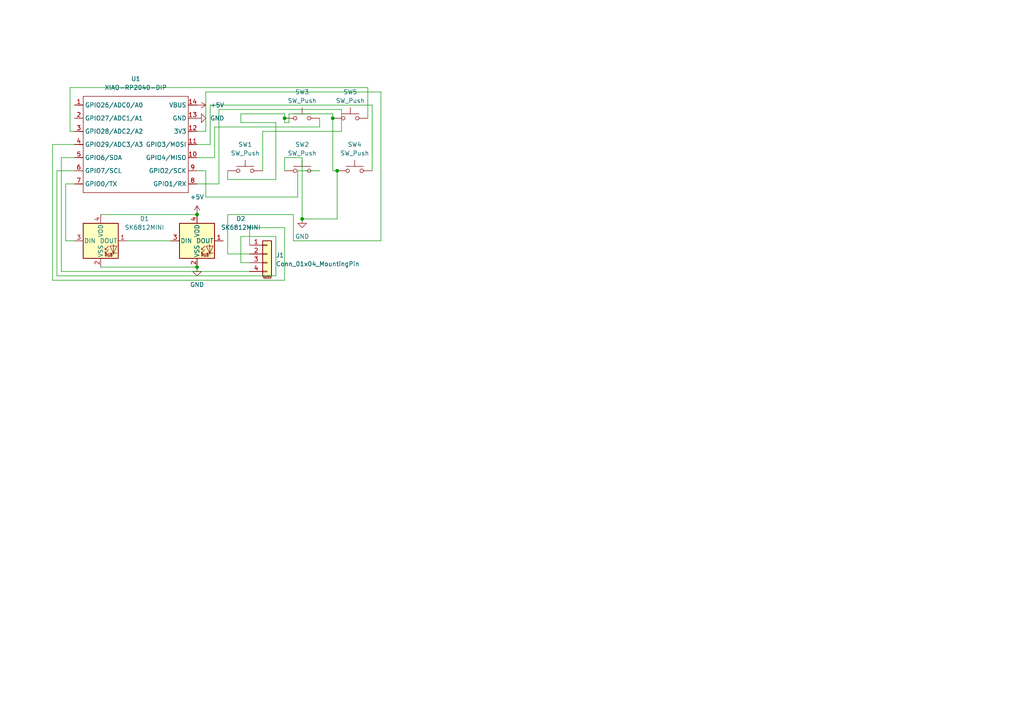
<source format=kicad_sch>
(kicad_sch (version 20250114) (generator "eeschema") (generator_version "9.0")
  (paper "A4")
  (lib_symbols
    (symbol "Connector_Generic_MountingPin:Conn_01x04_MountingPin" (pin_names (offset 1.016) (hide yes))
      (property "Reference" "J1" (at 2.54 -0.3555 0))
      (property "Value" "Conn_01x04_MountingPin" (at 2.54 -2.8955 0))
      (symbol "Conn_01x04_MountingPin_1_1"
        (rectangle (start -1.27 3.81) (end 1.27 -6.35) (stroke (width 0.254)) (fill (type background)))
        (rectangle (start -1.27 2.667) (end 0 2.413) (stroke (width 0.1524)))
        (rectangle (start -1.27 0.127) (end 0 -0.127) (stroke (width 0.1524)))
        (rectangle (start -1.27 -2.413) (end 0 -2.667) (stroke (width 0.1524)))
        (rectangle (start -1.27 -4.953) (end 0 -5.207) (stroke (width 0.1524)))
        (polyline (pts (xy -1.016 -7.112) (xy 1.016 -7.112)) (stroke (width 0.1524)))
        (text "Mounting" (at 0 -6.731 0) (effects (font (size 0.381 0.381))))
        (pin passive line (at -5.08 2.54 0) (length 3.81) (name "Pin_1") (number "1"))
        (pin passive line (at -5.08 0 0) (length 3.81) (name "Pin_2") (number "2"))
        (pin passive line (at -5.08 -2.54 0) (length 3.81) (name "Pin_3") (number "3"))
        (pin passive line (at -5.08 -5.08 0) (length 3.81) (name "Pin_4") (number "4"))
      )
    )
    (symbol "LED:SK6812MINI" (pin_names (offset 0.254))
      (property "Reference" "D" (at 5.08 5.715 0))
      (property "Value" "SK6812MINI" (at 1.27 -5.715 0))
      (symbol "SK6812MINI_0_0"
        (text "RGB" (at 2.286 -4.191 0) (effects (font (size 0.762 0.762))))
      )
      (symbol "SK6812MINI_0_1"
        (polyline (pts (xy 1.27 -2.54) (xy 1.778 -2.54)))
        (polyline (pts (xy 1.27 -3.556) (xy 1.778 -3.556)))
        (polyline (pts (xy 2.286 -1.524) (xy 1.27 -2.54) (xy 1.27 -2.032)))
        (polyline (pts (xy 2.286 -2.54) (xy 1.27 -3.556) (xy 1.27 -3.048)))
        (polyline (pts (xy 3.683 -1.016) (xy 3.683 -3.556) (xy 3.683 -4.064)))
        (polyline (pts (xy 4.699 -1.524) (xy 2.667 -1.524) (xy 3.683 -3.556) (xy 4.699 -1.524)))
        (polyline (pts (xy 4.699 -3.556) (xy 2.667 -3.556)))
        (rectangle (start 5.08 5.08) (end -5.08 -5.08) (stroke (width 0.254)) (fill (type background)))
      )
      (symbol "SK6812MINI_1_1"
        (pin input line (at -7.62 0 0) (length 2.54) (name "DIN") (number "3"))
        (pin power_in line (at 0 7.62 270) (length 2.54) (name "VDD") (number "4"))
        (pin power_in line (at 0 -7.62 90) (length 2.54) (name "VSS") (number "2"))
        (pin output line (at 7.62 0 180) (length 2.54) (name "DOUT") (number "1"))
      )
    )
    (symbol "OPL:XIAO-RP2040-DIP"
      (property "Reference" "U" (at 0 0 0))
      (property "Value" "XIAO-RP2040-DIP" (at 5.334 -1.778 0))
      (symbol "XIAO-RP2040-DIP_1_0"
        (polyline (pts (xy -1.27 -2.54) (xy 29.21 -2.54)) (stroke (width 0.1524)))
        (polyline (pts (xy -1.27 -5.08) (xy -2.54 -5.08)) (stroke (width 0.1524)))
        (polyline (pts (xy -1.27 -5.08) (xy -1.27 -2.54)) (stroke (width 0.1524)))
        (polyline (pts (xy -1.27 -8.89) (xy -2.54 -8.89)) (stroke (width 0.1524)))
        (polyline (pts (xy -1.27 -8.89) (xy -1.27 -5.08)) (stroke (width 0.1524)))
        (polyline (pts (xy -1.27 -12.7) (xy -2.54 -12.7)) (stroke (width 0.1524)))
        (polyline (pts (xy -1.27 -12.7) (xy -1.27 -8.89)) (stroke (width 0.1524)))
        (polyline (pts (xy -1.27 -16.51) (xy -2.54 -16.51)) (stroke (width 0.1524)))
        (polyline (pts (xy -1.27 -16.51) (xy -1.27 -12.7)) (stroke (width 0.1524)))
        (polyline (pts (xy -1.27 -20.32) (xy -2.54 -20.32)) (stroke (width 0.1524)))
        (polyline (pts (xy -1.27 -24.13) (xy -2.54 -24.13)) (stroke (width 0.1524)))
        (polyline (pts (xy -1.27 -27.94) (xy -2.54 -27.94)) (stroke (width 0.1524)))
        (polyline (pts (xy -1.27 -30.48) (xy -1.27 -16.51)) (stroke (width 0.1524)))
        (polyline (pts (xy 29.21 -2.54) (xy 29.21 -5.08)) (stroke (width 0.1524)))
        (polyline (pts (xy 29.21 -5.08) (xy 29.21 -8.89)) (stroke (width 0.1524)))
        (polyline (pts (xy 29.21 -8.89) (xy 29.21 -12.7)) (stroke (width 0.1524)))
        (polyline (pts (xy 29.21 -12.7) (xy 29.21 -30.48)) (stroke (width 0.1524)))
        (polyline (pts (xy 29.21 -30.48) (xy -1.27 -30.48)) (stroke (width 0.1524)))
        (polyline (pts (xy 30.48 -5.08) (xy 29.21 -5.08)) (stroke (width 0.1524)))
        (polyline (pts (xy 30.48 -8.89) (xy 29.21 -8.89)) (stroke (width 0.1524)))
        (polyline (pts (xy 30.48 -12.7) (xy 29.21 -12.7)) (stroke (width 0.1524)))
        (polyline (pts (xy 30.48 -16.51) (xy 29.21 -16.51)) (stroke (width 0.1524)))
        (polyline (pts (xy 30.48 -20.32) (xy 29.21 -20.32)) (stroke (width 0.1524)))
        (polyline (pts (xy 30.48 -24.13) (xy 29.21 -24.13)) (stroke (width 0.1524)))
        (polyline (pts (xy 30.48 -27.94) (xy 29.21 -27.94)) (stroke (width 0.1524)))
        (pin passive line (at -3.81 -5.08 0) (length 2.54) (name "GPIO26/ADC0/A0") (number "1"))
        (pin passive line (at -3.81 -8.89 0) (length 2.54) (name "GPIO27/ADC1/A1") (number "2"))
        (pin passive line (at -3.81 -12.7 0) (length 2.54) (name "GPIO28/ADC2/A2") (number "3"))
        (pin passive line (at -3.81 -16.51 0) (length 2.54) (name "GPIO29/ADC3/A3") (number "4"))
        (pin passive line (at -3.81 -20.32 0) (length 2.54) (name "GPIO6/SDA") (number "5"))
        (pin passive line (at -3.81 -24.13 0) (length 2.54) (name "GPIO7/SCL") (number "6"))
        (pin passive line (at -3.81 -27.94 0) (length 2.54) (name "GPIO0/TX") (number "7"))
        (pin passive line (at 31.75 -5.08 180) (length 2.54) (name "VBUS") (number "14"))
        (pin passive line (at 31.75 -8.89 180) (length 2.54) (name "GND") (number "13"))
        (pin passive line (at 31.75 -12.7 180) (length 2.54) (name "3V3") (number "12"))
        (pin passive line (at 31.75 -16.51 180) (length 2.54) (name "GPIO3/MOSI") (number "11"))
        (pin passive line (at 31.75 -20.32 180) (length 2.54) (name "GPIO4/MISO") (number "10"))
        (pin passive line (at 31.75 -24.13 180) (length 2.54) (name "GPIO2/SCK") (number "9"))
        (pin passive line (at 31.75 -27.94 180) (length 2.54) (name "GPIO1/RX") (number "8"))
      )
    )
    (symbol "Switch:SW_Push" (pin_numbers (hide yes)) (pin_names (offset 1.016) (hide yes))
      (property "Reference" "SW" (at 1.27 2.54 0))
      (property "Value" "SW_Push" (at 0 -1.524 0))
      (symbol "SW_Push_0_1"
        (circle (center -2.032 0) (radius 0.508))
        (polyline (pts (xy 0 1.27) (xy 0 3.048)))
        (circle (center 2.032 0) (radius 0.508))
        (polyline (pts (xy 2.54 1.27) (xy -2.54 1.27)))
        (pin passive line (at -5.08 0 0) (length 2.54) (name "1") (number "1"))
        (pin passive line (at 5.08 0 180) (length 2.54) (name "2") (number "2"))
      )
    )
    (symbol "power:+5V" (power) (pin_numbers (hide yes)) (pin_names (offset 0) (hide yes))
      (property "Value" "+5V" (at 0 3.556 0))
      (symbol "+5V_0_1"
        (polyline (pts (xy -0.762 1.27) (xy 0 2.54)))
        (polyline (pts (xy 0 2.54) (xy 0.762 1.27)))
        (polyline (pts (xy 0 0) (xy 0 2.54)))
      )
      (symbol "+5V_1_1"
        (pin power_in line (at 0 0 90) (length 0) (name "~") (number "1"))
      )
    )
    (symbol "power:GND" (power) (pin_numbers (hide yes)) (pin_names (offset 0) (hide yes))
      (property "Value" "GND" (at 0 -3.81 0))
      (symbol "GND_0_1"
        (polyline (pts (xy 0 0) (xy 0 -1.27) (xy 1.27 -1.27) (xy 0 -2.54) (xy -1.27 -1.27) (xy 0 -1.27)))
      )
      (symbol "GND_1_1"
        (pin power_in line (at 0 0 270) (length 0) (name "~") (number "1"))
      )
    )
  )
  (junction (at 82.55 34.29))
  (junction (at 87.63 63.5))
  (junction (at 97.79 49.53))
  (junction (at 57.15 62.23))
  (junction (at 96.52 34.29))
  (junction (at 57.15 77.47))
  (wire (pts (xy 80.01 80.01) (xy 16.51 80.01)))
  (wire (pts (xy 85.09 69.85) (xy 110.49 69.85)))
  (wire (pts (xy 82.55 45.72) (xy 87.63 45.72)))
  (wire (pts (xy 16.51 80.01) (xy 16.51 49.53)))
  (wire (pts (xy 87.63 45.72) (xy 87.63 63.5)))
  (wire (pts (xy 66.04 73.66) (xy 66.04 62.23)))
  (wire (pts (xy 76.2 38.1) (xy 99.06 38.1)))
  (wire (pts (xy 63.5 31.75) (xy 63.5 53.34)))
  (wire (pts (xy 92.71 34.29) (xy 92.71 36.83)))
  (wire (pts (xy 60.96 30.48) (xy 60.96 41.91)))
  (wire (pts (xy 15.24 81.28) (xy 15.24 41.91)))
  (wire (pts (xy 80.01 68.58) (xy 80.01 80.01)))
  (wire (pts (xy 97.79 49.53) (xy 97.79 63.5)))
  (wire (pts (xy 82.55 35.56) (xy 83.82 35.56)))
  (wire (pts (xy 110.49 69.85) (xy 110.49 26.67)))
  (wire (pts (xy 72.39 71.12) (xy 72.39 66.04)))
  (wire (pts (xy 92.71 36.83) (xy 62.23 36.83)))
  (wire (pts (xy 57.15 53.34) (xy 63.5 53.34)))
  (wire (pts (xy 86.36 57.15) (xy 59.69 57.15)))
  (wire (pts (xy 17.78 78.74) (xy 17.78 45.72)))
  (wire (pts (xy 62.23 36.83) (xy 62.23 45.72)))
  (wire (pts (xy 83.82 33.02) (xy 96.52 33.02)))
  (wire (pts (xy 69.85 68.58) (xy 80.01 68.58)))
  (wire (pts (xy 15.24 41.91) (xy 21.59 41.91)))
  (wire (pts (xy 17.78 45.72) (xy 21.59 45.72)))
  (wire (pts (xy 82.55 33.02) (xy 82.55 34.29)))
  (wire (pts (xy 82.55 34.29) (xy 82.55 35.56)))
  (wire (pts (xy 82.55 81.28) (xy 15.24 81.28)))
  (wire (pts (xy 21.59 69.85) (xy 19.05 69.85)))
  (wire (pts (xy 62.23 45.72) (xy 57.15 45.72)))
  (wire (pts (xy 20.32 25.4) (xy 20.32 38.1)))
  (wire (pts (xy 59.69 38.1) (xy 57.15 38.1)))
  (wire (pts (xy 85.09 62.23) (xy 85.09 69.85)))
  (wire (pts (xy 63.5 31.75) (xy 99.06 31.75)))
  (wire (pts (xy 59.69 49.53) (xy 57.15 49.53)))
  (wire (pts (xy 19.05 53.34) (xy 21.59 53.34)))
  (wire (pts (xy 66.04 62.23) (xy 85.09 62.23)))
  (wire (pts (xy 72.39 78.74) (xy 17.78 78.74)))
  (wire (pts (xy 72.39 73.66) (xy 66.04 73.66)))
  (wire (pts (xy 106.68 34.29) (xy 106.68 25.4)))
  (wire (pts (xy 29.21 62.23) (xy 57.15 62.23)))
  (wire (pts (xy 96.52 34.29) (xy 96.52 49.53)))
  (wire (pts (xy 86.36 49.53) (xy 86.36 57.15)))
  (wire (pts (xy 69.85 76.2) (xy 69.85 68.58)))
  (wire (pts (xy 69.85 33.02) (xy 82.55 33.02)))
  (wire (pts (xy 96.52 33.02) (xy 96.52 34.29)))
  (wire (pts (xy 72.39 76.2) (xy 69.85 76.2)))
  (wire (pts (xy 66.04 49.53) (xy 66.04 52.07)))
  (wire (pts (xy 19.05 69.85) (xy 19.05 53.34)))
  (wire (pts (xy 99.06 38.1) (xy 99.06 31.75)))
  (wire (pts (xy 76.2 49.53) (xy 76.2 38.1)))
  (wire (pts (xy 96.52 49.53) (xy 97.79 49.53)))
  (wire (pts (xy 97.79 63.5) (xy 87.63 63.5)))
  (wire (pts (xy 80.01 52.07) (xy 80.01 35.56)))
  (wire (pts (xy 83.82 35.56) (xy 83.82 33.02)))
  (wire (pts (xy 59.69 57.15) (xy 59.69 49.53)))
  (wire (pts (xy 107.95 49.53) (xy 107.95 30.48)))
  (wire (pts (xy 92.71 49.53) (xy 86.36 49.53)))
  (wire (pts (xy 110.49 26.67) (xy 59.69 26.67)))
  (wire (pts (xy 36.83 69.85) (xy 49.53 69.85)))
  (wire (pts (xy 106.68 25.4) (xy 20.32 25.4)))
  (wire (pts (xy 107.95 30.48) (xy 60.96 30.48)))
  (wire (pts (xy 20.32 38.1) (xy 21.59 38.1)))
  (wire (pts (xy 66.04 52.07) (xy 80.01 52.07)))
  (wire (pts (xy 72.39 66.04) (xy 82.55 66.04)))
  (wire (pts (xy 59.69 26.67) (xy 59.69 38.1)))
  (wire (pts (xy 69.85 33.02) (xy 69.85 35.56)))
  (wire (pts (xy 29.21 77.47) (xy 57.15 77.47)))
  (wire (pts (xy 16.51 49.53) (xy 21.59 49.53)))
  (wire (pts (xy 82.55 49.53) (xy 82.55 45.72)))
  (wire (pts (xy 80.01 35.56) (xy 69.85 35.56)))
  (wire (pts (xy 60.96 41.91) (xy 57.15 41.91)))
  (wire (pts (xy 82.55 66.04) (xy 82.55 81.28)))
  (symbol (lib_id "Switch:SW_Push") (at 87.63 49.53 0) (unit 1)
    (property "Reference" "SW2" (at 87.63 41.91 0))
    (property "Value" "SW_Push" (at 87.63 44.45 0))
    (property "Footprint" "Button_Switch_Keyboard:SW_Cherry_MX_1.00u_PCB" (effects (hide yes)))
    (property "Description" "Push button switch, generic, two pins" (effects (hide yes)))
  )
  (symbol (lib_id "Switch:SW_Push") (at 71.12 49.53 0) (unit 1)
    (property "Reference" "SW1" (at 71.12 41.91 0))
    (property "Value" "SW_Push" (at 71.12 44.45 0))
    (property "Footprint" "Button_Switch_Keyboard:SW_Cherry_MX_1.00u_PCB" (effects (hide yes)))
    (property "Description" "Push button switch, generic, two pins" (effects (hide yes)))
  )
  (symbol (lib_id "Connector_Generic_MountingPin:Conn_01x04_MountingPin") (at 77.47 73.66 0) (unit 1)
    (property "Reference" "J1" (at 80.01 74.0155 0) (effects (justify left)))
    (property "Value" "Conn_01x04_MountingPin" (at 80.01 76.5555 0) (effects (justify left)))
    (property "Footprint" "OLED_Screen:SSD1306-0.91-OLED-4pin-128x32" (effects (hide yes)))
    (property "Description" "Generic connectable mounting pin connector, single row, 01x04, script generated (kicad-library-utils/schlib/autogen/connector/)" (effects (hide yes)))
  )
  (symbol (lib_id "Switch:SW_Push") (at 87.63 34.29 0) (unit 1)
    (property "Reference" "SW3" (at 87.63 26.67 0))
    (property "Value" "SW_Push" (at 87.63 29.21 0))
    (property "Footprint" "Button_Switch_Keyboard:SW_Cherry_MX_1.00u_PCB" (effects (hide yes)))
    (property "Description" "Push button switch, generic, two pins" (effects (hide yes)))
  )
  (symbol (lib_id "Switch:SW_Push") (at 102.87 49.53 0) (unit 1)
    (property "Reference" "SW4" (at 102.87 41.91 0))
    (property "Value" "SW_Push" (at 102.87 44.45 0))
    (property "Footprint" "Button_Switch_Keyboard:SW_Cherry_MX_1.00u_PCB" (effects (hide yes)))
    (property "Description" "Push button switch, generic, two pins" (effects (hide yes)))
  )
  (symbol (lib_id "LED:SK6812MINI") (at 29.21 69.85 0) (unit 1)
    (property "Reference" "D1" (at 41.91 63.4298 0))
    (property "Value" "SK6812MINI" (at 41.91 65.9698 0))
    (property "Footprint" "LED_SMD:LED_SK6812MINI_PLCC4_3.5x3.5mm_P1.75mm" (effects (hide yes)))
    (property "Datasheet" "https://cdn-shop.adafruit.com/product-files/2686/SK6812MINI_REV.01-1-2.pdf" (effects (hide yes)))
    (property "Description" "RGB LED with integrated controller" (effects (hide yes)))
  )
  (symbol (lib_id "power:GND") (at 57.15 34.29 90) (unit 1)
    (property "Reference" "#PWR01" (effects (hide yes)))
    (property "Value" "GND" (at 60.96 34.2899 90) (effects (justify right)))
    (property "Description" "Power symbol creates a global label with name \"GND\" , ground" (effects (hide yes)))
  )
  (symbol (lib_id "OPL:XIAO-RP2040-DIP") (at 25.4 25.4 0) (unit 1)
    (property "Reference" "U1" (at 39.37 22.86 0))
    (property "Value" "XIAO-RP2040-DIP" (at 39.37 25.4 0))
    (property "Footprint" "OPL:XIAO-RP2040-DIP" (effects (hide yes)))
  )
  (symbol (lib_id "Switch:SW_Push") (at 101.6 34.29 0) (unit 1)
    (property "Reference" "SW5" (at 101.6 26.67 0))
    (property "Value" "SW_Push" (at 101.6 29.21 0))
    (property "Footprint" "Button_Switch_Keyboard:SW_Cherry_MX_1.00u_PCB" (effects (hide yes)))
    (property "Description" "Push button switch, generic, two pins" (effects (hide yes)))
  )
  (symbol (lib_id "LED:SK6812MINI") (at 57.15 69.85 0) (unit 1)
    (property "Reference" "D2" (at 69.85 63.4298 0))
    (property "Value" "SK6812MINI" (at 69.85 65.9698 0))
    (property "Footprint" "LED_SMD:LED_SK6812MINI_PLCC4_3.5x3.5mm_P1.75mm" (effects (hide yes)))
    (property "Datasheet" "https://cdn-shop.adafruit.com/product-files/2686/SK6812MINI_REV.01-1-2.pdf" (effects (hide yes)))
    (property "Description" "RGB LED with integrated controller" (effects (hide yes)))
  )
  (symbol (lib_id "power:+5V") (at 57.15 62.23 0) (unit 1)
    (property "Reference" "#PWR05" (effects (hide yes)))
    (property "Value" "+5V" (at 57.15 57.15 0))
    (property "Description" "Power symbol creates a global label with name \"+5V\"" (effects (hide yes)))
  )
  (symbol (lib_id "power:GND") (at 87.63 63.5 0) (unit 1)
    (property "Reference" "#PWR02" (effects (hide yes)))
    (property "Value" "GND" (at 87.63 68.58 0))
    (property "Description" "Power symbol creates a global label with name \"GND\" , ground" (effects (hide yes)))
  )
  (symbol (lib_id "power:+5V") (at 57.15 30.48 270) (unit 1)
    (property "Reference" "#PWR03" (effects (hide yes)))
    (property "Value" "+5V" (at 60.96 30.4799 90) (effects (justify left)))
    (property "Description" "Power symbol creates a global label with name \"+5V\"" (effects (hide yes)))
  )
  (symbol (lib_id "power:GND") (at 57.15 77.47 0) (unit 1)
    (property "Reference" "#PWR04" (effects (hide yes)))
    (property "Value" "GND" (at 57.15 82.55 0))
    (property "Description" "Power symbol creates a global label with name \"GND\" , ground" (effects (hide yes)))
  )
)
</source>
